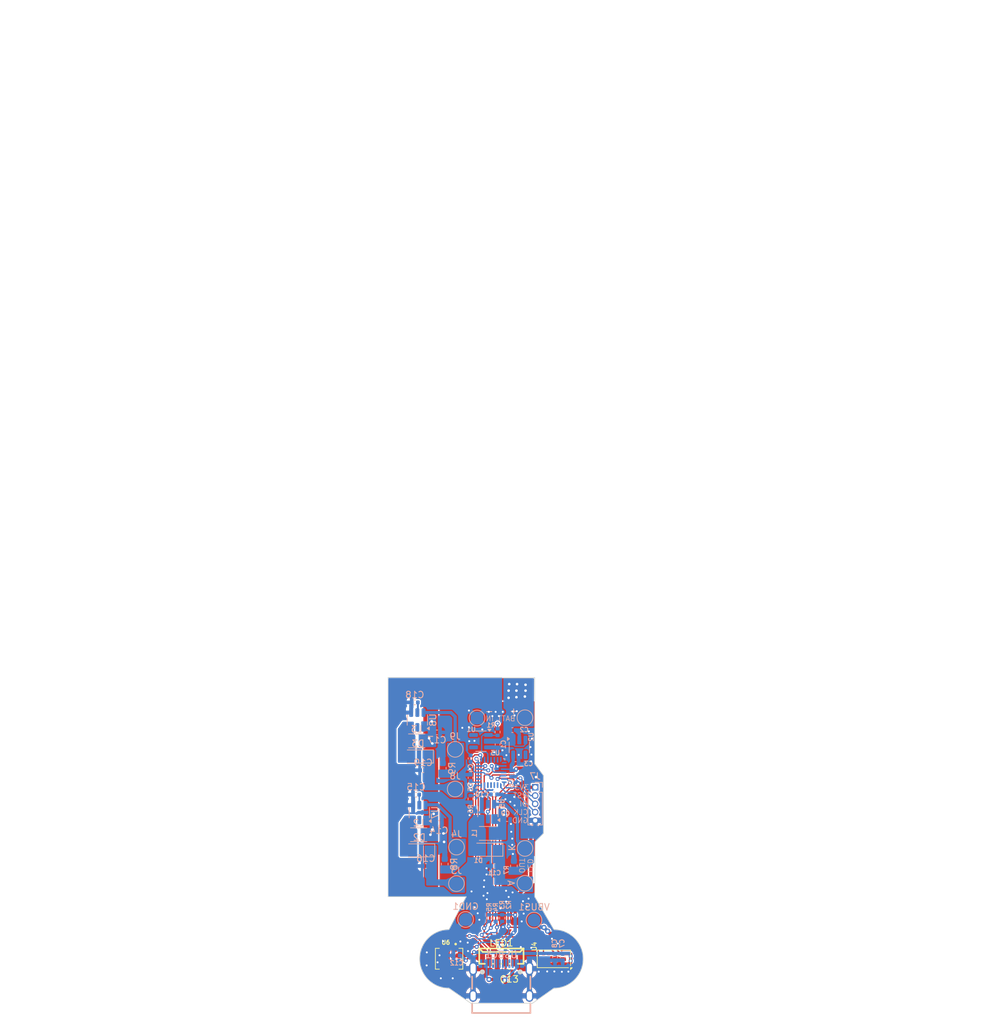
<source format=kicad_pcb>
(kicad_pcb (version 20241229) (generator "pcbnew") (generator_version "9.0")
  (layers (0 "F.Cu" signal) (4 "In1.Cu" signal) (6 "In2.Cu" signal) (2 "B.Cu" signal) (13 "F.Paste" user) (15 "B.Paste" user) (5 "F.SilkS" user "F.Silkscreen") (7 "B.SilkS" user "B.Silkscreen") (1 "F.Mask" user) (3 "B.Mask" user) (25 "Edge.Cuts" user))
  (net 0 "")
  (net 1 "GND")
  (net 2 "+BATT")
  (net 3 "/Mcu-unit: STM32/NRST")
  (net 4 "+3V3")
  (net 5 "Net-(U5-COMP)")
  (net 6 "/TPS61165_R/LEDA")
  (net 7 "/Mcu-unit: STM32/PA4_LOW_BATT")
  (net 8 "Net-(D1-A)")
  (net 9 "/Mcu-unit: STM32/SWCLK")
  (net 10 "/Mcu-unit: STM32/SWDIO")
  (net 11 "/Mcu-unit: STM32/PA1_ToF_GPIO")
  (net 12 "Net-(U7-COMP)")
  (net 13 "/Mcu-unit: STM32/PA0_LED_CTRL")
  (net 14 "/Mcu-unit: STM32/PA8_ToF_XSHUT")
  (net 15 "/Mcu-unit: STM32/PA9_I2C_SCL")
  (net 16 "/Mcu-unit: STM32/PA10_I2C_SDA")
  (net 17 "/Mcu-unit: STM32/PA2_STH_GPIO_INT")
  (net 19 "Net-(VBUS1-Pin_1)")
  (net 29 "/TPS61165_G/LEDA")
  (net 30 "Net-(D2-A)")
  (net 31 "/TPS61165_R/LEDK")
  (net 32 "/TPS61165_G/LEDK")
  (net 33 "/TPS61165_G/LED_DRV_CTRL")
  (net 34 "Net-(U3-BOOT0)")
  (net 49 "Net-(U8-COMP)")
  (net 50 "/TPS61165_B/LEDA")
  (net 51 "Net-(D3-A)")
  (net 52 "/TPS61165_B/LEDK")
  (net 53 "/TPS61165_B/LED_DRV_CTRL")
  (footprint "1-COB-MOD:LED-SMD_4P-L6.8-W2.4_VEML7700-TR" (layer "F.Cu") (at 145.691 167.328)
    (property "Reference" "LED1")
    (property "Value" "~")
  )
  (footprint "1-COB-MOD:XDCR_STHS34PF80TR" (layer "F.Cu") (at 137.671 167.053 -90)
    (property "Reference" "U6")
    (property "Value" "STHS34PF80")
  )
  (footprint "Sensor_Distance:ST_VL53L1x" (layer "F.Cu") (at 153.746 167.078 180)
    (property "Reference" "U4")
    (property "Value" "VL53L0CXV0DH1")
  )
  (footprint "Capacitor_SMD:C_0402_1005Metric" (layer "F.Cu") (at 146.896 169.028 180)
    (property "Reference" "C13")
    (property "Value" "100nF/16V")
  )
  (footprint "1-COB-MOD:L_Murata_DFE201610P" (layer "B.Cu") (at 132.696 133.628 180)
    (property "Reference" "L3")
    (property "Value" "10uH/0.5A")
  )
  (footprint "TestPoint:TestPoint_Pad_D2.0mm" (layer "B.Cu") (at 150.696 161.128 180)
    (property "Reference" "VBUS1")
    (property "Value" "-")
  )
  (footprint "TestPoint:TestPoint_Pad_D2.0mm" (layer "B.Cu") (at 140.196 161.028 180)
    (property "Reference" "GND1")
    (property "Value" "-")
  )
  (footprint "Resistor_SMD:R_0402_1005Metric" (layer "B.Cu") (at 144.807002 160.818 90)
    (property "Reference" "R4")
    (property "Value" "100k")
  )
  (footprint "1-COB-MOD:L_Murata_DFE201610P" (layer "B.Cu") (at 143.557002 147.828 180)
    (property "Reference" "L1")
    (property "Value" "10uH/0.5A")
  )
  (footprint "Capacitor_SMD:C_0402_1005Metric" (layer "B.Cu") (at 144.607002 152.828 180)
    (property "Reference" "C11")
    (property "Value" "1uF/25V")
  )
  (footprint "Capacitor_SMD:C_0402_1005Metric" (layer "B.Cu") (at 147.857002 137.178)
    (property "Reference" "C3")
    (property "Value" "1uF/25V")
  )
  (footprint "Resistor_SMD:R_0402_1005Metric" (layer "B.Cu") (at 145.807002 160.818 90)
    (property "Reference" "R3")
    (property "Value" "10k")
  )
  (footprint "Capacitor_SMD:C_0402_1005Metric" (layer "B.Cu") (at 147.207002 138.628 90)
    (property "Reference" "C6")
    (property "Value" "100nF/16V")
  )
  (footprint "Package_TO_SOT_SMD:SOT-23-5" (layer "B.Cu") (at 148.444502 134.628 -90)
    (property "Reference" "U2")
    (property "Value" "NCP718xSN330")
  )
  (footprint "TestPoint:TestPoint_Pad_D2.0mm" (layer "B.Cu") (at 141.957002 130.128 90)
    (property "Reference" "J2" (hide yes))
    (property "Value" "-")
  )
  (footprint "Resistor_SMD:R_0402_1005Metric" (layer "B.Cu") (at 143.804717 160.812134 90)
    (property "Reference" "R5")
    (property "Value" "100k")
  )
  (footprint "Connector_PinHeader_1.27mm:PinHeader_1x05_P1.27mm_Vertical" (layer "B.Cu") (at 150.876 140.753 180)
    (property "Reference" "J7")
    (property "Value" "Conn_01x05")
  )
  (footprint "Resistor_SMD:R_0402_1005Metric" (layer "B.Cu") (at 145.107002 132.278 90)
    (property "Reference" "R1")
    (property "Value" "100k")
  )
  (footprint "Capacitor_SMD:C_0603_1608Metric" (layer "B.Cu") (at 147.607002 152.828 90)
    (property "Reference" "R7")
    (property "Value" "1.3R")
  )
  (footprint "Diode_SMD:D_SOD-123" (layer "B.Cu") (at 143.557002 150.328 180)
    (property "Reference" "D1")
    (property "Value" "MBR0540")
  )
  (footprint "Capacitor_SMD:C_0402_1005Metric" (layer "B.Cu") (at 145.107002 134.178 90)
    (property "Reference" "C1")
    (property "Value" "100nF/16V")
  )
  (footprint "Capacitor_SMD:C_0402_1005Metric" (layer "B.Cu") (at 144.557002 141.842071)
    (property "Reference" "C10")
    (property "Value" "220nF/16V")
  )
  (footprint "Resistor_SMD:R_0402_1005Metric" (layer "B.Cu") (at 140.957002 142.528 90)
    (property "Reference" "R6")
    (property "Value" "10k")
  )
  (footprint "Package_TO_SOT_SMD:SOT-23-6" (layer "B.Cu") (at 132.796 130.428 90)
    (property "Reference" "U8")
    (property "Value" "TPS61165DBV")
  )
  (footprint "Capacitor_SMD:C_0402_1005Metric" (layer "B.Cu") (at 140.957002 136.328 -90)
    (property "Reference" "C4")
    (property "Value" "100nF/16V")
  )
  (footprint "Capacitor_SMD:C_0402_1005Metric" (layer "B.Cu") (at 153.921 166.803 90)
    (property "Reference" "C8")
    (property "Value" "100nF/16V")
  )
  (footprint "Capacitor_SMD:C_0402_1005Metric" (layer "B.Cu") (at 136.096 146.228)
    (property "Reference" "C14")
    (property "Value" "4.7uF/10V")
  )
  (footprint "Diode_SMD:D_SOD-123" (layer "B.Cu") (at 133.096 150.428 180)
    (property "Reference" "D2")
    (property "Value" "MBR0540")
  )
  (footprint "TestPoint:TestPoint_Pad_D2.0mm" (layer "B.Cu") (at 149.307002 155.478 90)
    (property "Reference" "J5" (hide yes))
    (property "Value" "A")
  )
  (footprint "TestPoint:TestPoint_Pad_D2.0mm" (layer "B.Cu") (at 149.307002 150.128 90)
    (property "Reference" "J6" (hide yes))
    (property "Value" "K")
  )
  (footprint "Resistor_SMD:R_0402_1005Metric" (layer "B.Cu") (at 146.807002 160.828 90)
    (property "Reference" "R2")
    (property "Value" "10k")
  )
  (footprint "Package_TO_SOT_SMD:SOT-23-6" (layer "B.Cu") (at 133.096 144.628 90)
    (property "Reference" "U7")
    (property "Value" "TPS61165DBV")
  )
  (footprint "Package_DFN_QFN:QFN-28_4x4mm_P0.5mm" (layer "B.Cu") (at 144.107002 138.478)
    (property "Reference" "U3")
    (property "Value" "STM32L031G6U6")
  )
  (footprint "Capacitor_SMD:C_0402_1005Metric" (layer "B.Cu") (at 146.557002 145.628)
    (property "Reference" "C9")
    (property "Value" "4.7uF/10V")
  )
  (footprint "1-COB-MOD:L_Murata_DFE201610P" (layer "B.Cu") (at 132.996 148.028 180)
    (property "Reference" "L2")
    (property "Value" "10uH/0.5A")
  )
  (footprint "Diode_SMD:D_SOD-123" (layer "B.Cu") (at 132.896 136.028 180)
    (property "Reference" "D3")
    (property "Value" "MBR0540")
  )
  (footprint "Package_TO_SOT_SMD:SOT-23-5" (layer "B.Cu") (at 142.557002 133.678 180)
    (property "Reference" "U1")
    (property "Value" "BD4840G-TR")
  )
  (footprint "TestPoint:TestPoint_Pad_D2.0mm" (layer "B.Cu") (at 149.307002 130.078 90)
    (property "Reference" "J1" (hide yes))
    (property "Value" "+")
  )
  (footprint "Capacitor_SMD:C_0402_1005Metric" (layer "B.Cu") (at 140.957002 139.298 90)
    (property "Reference" "C5")
    (property "Value" "4.7uF/10V")
  )
  (footprint "TestPoint:TestPoint_Pad_D2.0mm" (layer "B.Cu") (at 138.796 155.528 180)
    (property "Reference" "J3")
    (property "Value" "A")
  )
  (footprint "Capacitor_SMD:C_0402_1005Metric" (layer "B.Cu") (at 147.387002 131.978)
    (property "Reference" "C2")
    (property "Value" "1uF/25V")
  )
  (footprint "Capacitor_SMD:C_0402_1005Metric" (layer "B.Cu") (at 132.596 141.878 180)
    (property "Reference" "C15")
    (property "Value" "220nF/16V")
  )
  (footprint "Capacitor_SMD:C_0402_1005Metric" (layer "B.Cu") (at 135.796 132.328)
    (property "Reference" "C17")
    (property "Value" "4.7uF/10V")
  )
  (footprint "Capacitor_SMD:C_0603_1608Metric" (layer "B.Cu") (at 136.996 152.528 90)
    (property "Reference" "R8")
    (property "Value" "1.3R")
  )
  (footprint "Package_TO_SOT_SMD:SOT-23-6" (layer "B.Cu") (at 143.619502 144.478 90)
    (property "Reference" "U5")
    (property "Value" "TPS61165DBV")
  )
  (footprint "Capacitor_SMD:C_0402_1005Metric" (layer "B.Cu") (at 132.396 127.728 180)
    (property "Reference" "C18")
    (property "Value" "220nF/16V")
  )
  (footprint "TestPoint:TestPoint_Pad_D2.0mm" (layer "B.Cu") (at 138.596 134.928 180)
    (property "Reference" "J9")
    (property "Value" "K")
  )
  (footprint "TestPoint:TestPoint_Pad_D2.0mm" (layer "B.Cu") (at 138.796 149.928 180)
    (property "Reference" "J4")
    (property "Value" "K")
  )
  (footprint "TestPoint:TestPoint_Pad_D2.0mm" (layer "B.Cu") (at 138.596 141.028 180)
    (property "Reference" "J8")
    (property "Value" "A")
  )
  (footprint "Capacitor_SMD:C_0402_1005Metric" (layer "B.Cu") (at 155.096 166.803 -90)
    (property "Reference" "C7")
    (property "Value" "4.7uF/10V")
  )
  (footprint "Capacitor_SMD:C_0603_1608Metric" (layer "B.Cu") (at 136.696 137.828 90)
    (property "Reference" "R9")
    (property "Value" "1.3R")
  )
  (footprint "Capacitor_SMD:C_0402_1005Metric" (layer "B.Cu") (at 134.096 152.828 180)
    (property "Reference" "C16")
    (property "Value" "1uF/25V")
  )
  (footprint "Capacitor_SMD:C_0402_1005Metric" (layer "B.Cu") (at 138.821 166.553)
    (property "Reference" "C12")
    (property "Value" "100nF/16V")
  )
  (footprint "Capacitor_SMD:C_0402_1005Metric" (layer "B.Cu") (at 133.696 138.128 180)
    (property "Reference" "C19")
    (property "Value" "1uF/25V")
  )
  (footprint "1-COB-MOD:USB-C_SMD-TYPE-C-31-M-12" (layer "B.Cu") (at 145.671 170.2795 180)
    (property "Reference" "USBC1")
    (property "Value" "~")
    (fp_poly (pts (xy 3.271792 1.254447) (xy 3.246455 1.349006) (xy 3.197508 1.433786) (xy 3.128286 1.503008) (xy 3.043506 1.551955) (xy 2.948947 1.577292) (xy 2.851053 1.577292) (xy 2.756494 1.551955) (xy 2.671714 1.503008) (xy 2.602492 1.433786) (xy 2.553545 1.349006) (xy 2.528208 1.254447) (xy 2.528208 1.156553) (xy 2.553545 1.061994) (xy 2.602492 0.977214) (xy 2.671714 0.907992) (xy 2.756494 0.859045) (xy 2.851053 0.833708) (xy 2.948947 0.833708) (xy 3.043506 0.859045) (xy 3.128286 0.907992) (xy 3.197508 0.977214) (xy 3.246455 1.061994) (xy 3.271792 1.156553)) (fill yes) (layer "Edge.Cuts"))
    (fp_poly (pts (xy -2.528208 1.254447) (xy -2.553545 1.349006) (xy -2.602492 1.433786) (xy -2.671714 1.503008) (xy -2.756494 1.551955) (xy -2.851053 1.577292) (xy -2.948947 1.577292) (xy -3.043506 1.551955) (xy -3.128286 1.503008) (xy -3.197508 1.433786) (xy -3.246455 1.349006) (xy -3.271792 1.254447) (xy -3.271792 1.156553) (xy -3.246455 1.061994) (xy -3.197508 0.977214) (xy -3.128286 0.907992) (xy -3.043506 0.859045) (xy -2.948947 0.833708) (xy -2.851053 0.833708) (xy -2.756494 0.859045) (xy -2.671714 0.907992) (xy -2.602492 0.977214) (xy -2.553545 1.061994) (xy -2.528208 1.156553)) (fill yes) (layer "Edge.Cuts"))
  )
  (gr_arc (start 153.744266 162.577722) (mid 158.244266 167.077722) (end 153.744266 171.577722) (stroke (width 0.1)) (layer "Edge.Cuts"))
  (gr_line (start 152.146 138.938) (end 152.146 147.828) (stroke (width 0.1)) (layer "Edge.Cuts"))
  (gr_line (start 152.146 147.828) (end 150.876 149.098) (stroke (width 0.1)) (layer "Edge.Cuts"))
  (gr_line (start 150.471 173.878) (end 153.744266 171.577722) (stroke (width 0.1)) (layer "Edge.Cuts"))
  (gr_line (start 149.996 173.878) (end 150.471 173.878) (stroke (width 0.1)) (layer "Edge.Cuts"))
  (gr_line (start 140.296 157.528) (end 128.295584 157.528) (stroke (width 0.1)) (layer "Edge.Cuts"))
  (gr_line (start 150.796 123.928) (end 128.295584 123.928) (stroke (width 0.1)) (layer "Edge.Cuts"))
  (gr_line (start 150.796 123.928) (end 150.796 137.128) (stroke (width 0.1)) (layer "Edge.Cuts"))
  (gr_arc (start 137.646 171.575032) (mid 133.146 167.075032) (end 137.646 162.575032) (stroke (width 0.1)) (layer "Edge.Cuts"))
  (gr_line (start 150.796 137.128) (end 152.146 138.938) (stroke (width 0.1)) (layer "Edge.Cuts"))
  (gr_line (start 137.646 162.575032) (end 140.296 157.528) (stroke (width 0.1)) (layer "Edge.Cuts"))
  (gr_line (start 150.796 157.528) (end 153.744266 162.577722) (stroke (width 0.1)) (layer "Edge.Cuts"))
  (gr_line (start 137.646 171.575032) (end 140.996 173.878) (stroke (width 0.1)) (layer "Edge.Cuts"))
  (gr_line (start 150.876 149.098) (end 150.796 157.528) (stroke (width 0.1)) (layer "Edge.Cuts"))
  (gr_line (start 140.996 173.878) (end 149.996 173.878) (stroke (width 0.1)) (layer "Edge.Cuts"))
  (gr_line (start 128.295584 157.528) (end 128.295584 123.928) (stroke (width 0.1)) (layer "Edge.Cuts"))
  (gr_text "GND" (at 149.86 146.304 0) (layer "B.SilkS") (effects (font (size 0.8 0.8) (thickness 0.1)) (justify left bottom mirror)))
  (gr_text "+" (at 147.057002 129.828 270) (layer "B.SilkS") (effects (font (size 1 1)) (justify left bottom mirror)))
  (gr_text "BATT IN" (at 145.557002 130.678 0) (layer "B.SilkS") (effects (font (size 0.8 0.8) (thickness 0.1)) (justify bottom mirror)))
  (gr_text "LED\nOUT" (at 148.357002 152.778 270) (layer "B.SilkS") (effects (font (size 0.8 0.8) (thickness 0.1)) (justify bottom mirror)))
  (gr_text "CLK" (at 149.86 145.034 0) (layer "B.SilkS") (effects (font (size 0.8 0.8) (thickness 0.1)) (justify left bottom mirror)))
  (gr_text "A" (at 146.557002 155.978 270) (layer "B.SilkS") (effects (font (size 1 1)) (justify left bottom mirror)))
  (gr_text "RST" (at 149.733 142.494 0) (layer "B.SilkS") (effects (font (size 0.8 0.8) (thickness 0.1)) (justify left bottom mirror)))
  (gr_text "K" (at 146.657002 150.628 270) (layer "B.SilkS") (effects (font (size 1 1)) (justify left bottom mirror)))
  (gr_text "-" (at 143.107002 128.628 180) (layer "B.SilkS") (effects (font (size 1 1)) (justify left bottom mirror)))
  (gr_text "DI" (at 149.733 143.764 0) (layer "B.SilkS") (effects (font (size 0.8 0.8) (thickness 0.1)) (justify left bottom mirror)))
  (gr_text "3V3" (at 149.987 141.224 0) (layer "B.SilkS") (effects (font (size 0.8 0.8) (thickness 0.1)) (justify left bottom mirror)))
  (segment (start 155.096001 167.078) (end 154.546 167.628001) (width 0.2) (layer "F.Cu") (net 1))
  (segment (start 154.546 167.878) (end 153.746 167.878) (width 0.2) (layer "F.Cu") (net 1))
  (segment (start 155.346 167.078) (end 155.096001 167.078) (width 0.2) (layer "F.Cu") (net 1))
  (segment (start 137.171 168.83) (end 137.147 168.854) (width 0.2) (layer "F.Cu") (net 1))
  (segment (start 136.196 168.854) (end 135.896 168.554) (width 0.2) (layer "F.Cu") (net 1))
  (segment (start 137.171 168.328) (end 137.171 168.83) (width 0.2) (layer "F.Cu") (net 1))
  (segment (start 137.671 168.328) (end 137.171 168.328) (width 0.2) (layer "F.Cu") (net 1))
  (segment (start 152.946 167.628001) (end 152.395999 167.078) (width 0.2) (layer "F.Cu") (net 1))
  (segment (start 152.395999 167.078) (end 152.146 167.078) (width 0.2) (layer "F.Cu") (net 1))
  (segment (start 153.746 167.878) (end 152.946 167.878) (width 0.2) (layer "F.Cu") (net 1))
  (segment (start 135.896 168.554) (end 135.896 167.603) (width 0.2) (layer "F.Cu") (net 1))
  (segment (start 137.147 168.854) (end 136.196 168.854) (width 0.2) (layer "F.Cu") (net 1))
  (segment (start 154.546 167.628001) (end 154.546 167.878) (width 0.2) (layer "F.Cu") (net 1))
  (segment (start 152.946 167.878) (end 152.946 167.628001) (width 0.2) (layer "F.Cu") (net 1))
  (via (at 139.696 131.628) (size 0.61) (drill 0.3) (layers "F.Cu" "B.Cu") (net 1))
  (via (at 143.757002 129.178) (size 0.61) (drill 0.3) (layers "F.Cu" "B.Cu") (net 1))
  (via (at 140.707002 131.528) (size 0.61) (drill 0.3) (layers "F.Cu" "B.Cu") (net 1))
  (via (at 147.407002 156.878) (size 0.61) (drill 0.3) (layers "F.Cu" "B.Cu") (net 1))
  (via (at 146.407002 158.278) (size 0.61) (drill 0.3) (layers "F.Cu" "B.Cu") (net 1))
  (via (at 136.896 149.128) (size 0.8) (drill 0.4) (layers "F.Cu" "B.Cu") (net 1))
  (via (at 143.557002 156.978) (size 0.61) (drill 0.3) (layers "F.Cu" "B.Cu") (net 1))
  (via (at 142.307002 161.078) (size 0.61) (drill 0.3) (layers "F.Cu" "B.Cu") (net 1))
  (via (at 148.807002 161.328) (size 0.61) (drill 0.3) (layers "F.Cu" "B.Cu") (net 1))
  (via (at 139.396 164.403) (size 0.61) (drill 0.3) (layers "F.Cu" "B.Cu") (net 1))
  (via (at 142.95135 157.385736) (size 0.61) (drill 0.3) (layers "F.Cu" "B.Cu") (net 1))
  (via (at 144.607002 135.378) (size 0.61) (drill 0.3) (layers "F.Cu" "B.Cu") (net 1))
  (via (at 142.79463 142.180256) (size 0.61) (drill 0.3) (layers "F.Cu" "B.Cu") (net 1))
  (via (at 145.307002 129.828) (size 0.61) (drill 0.3) (layers "F.Cu" "B.Cu") (net 1))
  (via (at 147.357002 149.578) (size 0.61) (drill 0.3) (layers "F.Cu" "B.Cu") (net 1))
  (via (at 152.721 169.003) (size 0.61) (drill 0.3) (layers "F.Cu" "B.Cu") (net 1))
  (via (at 147.157002 146.378) (size 0.61) (drill 0.3) (layers "F.Cu" "B.Cu") (net 1))
  (via (at 147.357002 148.628) (size 0.61) (drill 0.3) (layers "F.Cu" "B.Cu") (net 1))
  (via (at 150.257002 136.778) (size 0.61) (drill 0.3) (layers "F.Cu" "B.Cu") (net 1))
  (via (at 143.407002 154.128) (size 0.61) (drill 0.3) (layers "F.Cu" "B.Cu") (net 1))
  (via (at 142.057002 160.078) (size 0.61) (drill 0.3) (layers "F.Cu" "B.Cu") (net 1))
  (via (at 136.396 170.053) (size 0.61) (drill 0.3) (layers "F.Cu" "B.Cu") (net 1))
  (via (at 154.971 169.053) (size 0.61) (drill 0.3) (layers "F.Cu" "B.Cu") (net 1))
  (via (at 135.896 167.603) (size 0.61) (drill 0.3) (layers "F.Cu" "B.Cu") (net 1))
  (via (at 149.107002 160.128) (size 0.61) (drill 0.3) (layers "F.Cu" "B.Cu") (net 1))
  (via (at 146.307002 142.578) (size 0.61) (drill 0.3) (layers "F.Cu" "B.Cu") (net 1))
  (via (at 148.671 165.253) (size 0.61) (drill 0.3) (layers "F.Cu" "B.Cu") (net 1))
  (via (at 144.307002 129.828) (size 0.61) (drill 0.3) (layers "F.Cu" "B.Cu") (net 1))
  (via (at 147.057002 142.978) (size 0.61) (drill 0.3) (layers "F.Cu" "B.Cu") (net 1))
  (via (at 140.967604 141.206456) (size 0.61) (drill 0.3) (layers "F.Cu" "B.Cu") (net 1))
  (via (at 140.571 165.878) (size 0.61) (drill 0.3) (layers "F.Cu" "B.Cu") (net 1))
  (via (at 140.857002 144.328) (size 0.61) (drill 0.3) (layers "F.Cu" "B.Cu") (net 1))
  (via (at 150.157002 134.578) (size 0.61) (drill 0.3) (layers "F.Cu" "B.Cu") (net 1))
  (via (at 140.521 164.578) (size 0.61) (drill 0.3) (layers "F.Cu" "B.Cu") (net 1))
  (via (at 141.607002 159.178) (size 0.61) (drill 0.3) (layers "F.Cu" "B.Cu") (net 1))
  (via (at 134.221 168.078) (size 0.61) (drill 0.3) (layers "F.Cu" "B.Cu") (net 1))
  (via (at 153.821 169.003) (size 0.61) (drill 0.3) (layers "F.Cu" "B.Cu") (net 1))
  (via (at 145.107002 137.578) (size 0.61) (drill 0.3) (layers "F.Cu" "B.Cu") (net 1))
  (via (at 145.557002 159.328) (size 0.61) (drill 0.3) (layers "F.Cu" "B.Cu") (net 1))
  (via (at 149.007002 158.228) (size 0.61) (drill 0.3) (layers "F.Cu" "B.Cu") (net 1))
  (via (at 151.421 169.028) (size 0.61) (drill 0.3) (layers "F.Cu" "B.Cu") (net 1))
  (via (at 151.003 139.192) (size 0.8) (drill 0.4) (layers "F.Cu" "B.Cu") (net 1))
  (via (at 150.271 165.378) (size 0.61) (drill 0.3) (layers "F.Cu" "B.Cu") (net 1))
  (via (at 144.807002 129.178) (size 0.61) (drill 0.3) (layers "F.Cu" "B.Cu") (net 1))
  (via (at 145.940554 162.18996) (size 0.61) (drill 0.3) (layers "F.Cu" "B.Cu") (net 1))
  (via (at 140.827002 137.928) (size 0.61) (drill 0.3) (layers "F.Cu" "B.Cu") (net 1))
  (via (at 145.857002 135.078) (size 0.61) (drill 0.3) (layers "F.Cu" "B.Cu") (net 1))
  (via (at 149.557002 159.028) (size 0.61) (drill 0.3) (layers "F.Cu" "B.Cu") (net 1))
  (via (at 141.107002 156.728) (size 0.61) (drill 0.3) (layers "F.Cu" "B.Cu") (net 1))
  (via (at 140.707002 128.978) (size 0.61) (drill 0.3) (layers "F.Cu" "B.Cu") (net 1))
  (via (at 146.407002 156.628) (size 0.61) (drill 0.3) (layers "F.Cu" "B.Cu") (net 1))
  (via (at 155.971 169.028) (size 0.61) (drill 0.3) (layers "F.Cu" "B.Cu") (net 1))
  (via (at 143.457002 157.928) (size 0.61) (drill 0.3) (layers "F.Cu" "B.Cu") (net 1))
  (via (at 136.196 166.528) (size 0.61) (drill 0.3) (layers "F.Cu" "B.Cu") (net 1))
  (via (at 140.807002 145.028) (size 0.61) (drill 0.3) (layers "F.Cu" "B.Cu") (net 1))
  (via (at 134.246 166.078) (size 0.61) (drill 0.3) (layers "F.Cu" "B.Cu") (net 1))
  (via (at 143.057002 155.028) (size 0.61) (drill 0.3) (layers "F.Cu" "B.Cu") (net 1))
  (via (at 146.807002 157.578) (size 0.61) (drill 0.3) (layers "F.Cu" "B.Cu") (net 1))
  (via (at 136.746 164.353) (size 0.61) (drill 0.3) (layers "F.Cu" "B.Cu") (net 1))
  (via (at 143.407002 153.178) (size 0.61) (drill 0.3) (layers "F.Cu" "B.Cu") (net 1))
  (via (at 145.907002 129.178) (size 0.61) (drill 0.3) (layers "F.Cu" "B.Cu") (net 1))
  (via (at 153.446 163.978) (size 0.61) (drill 0.3) (layers "F.Cu" "B.Cu") (net 1))
  (via (at 141.557002 133.628) (size 0.61) (drill 0.3) (layers "F.Cu" "B.Cu") (net 1))
  (via (at 140.757002 133.678) (size 0.61) (drill 0.3) (layers "F.Cu" "B.Cu") (net 1))
  (via (at 149.857002 157.828) (size 0.61) (drill 0.3) (layers "F.Cu" "B.Cu") (net 1))
  (via (at 147.707002 143.528) (size 0.61) (drill 0.3) (layers "F.Cu" "B.Cu") (net 1))
  (via (at 147.657002 142.228) (size 0.61) (drill 0.3) (layers "F.Cu" "B.Cu") (net 1))
  (via (at 147.207002 147.578) (size 0.61) (drill 0.3) (layers "F.Cu" "B.Cu") (net 1))
  (via (at 149.907002 132.178) (size 0.61) (drill 0.3) (layers "F.Cu" "B.Cu") (net 1))
  (via (at 147.457002 150.978) (size 0.61) (drill 0.3) (layers "F.Cu" "B.Cu") (net 1))
  (via (at 142.757002 131.878) (size 0.61) (drill 0.3) (layers "F.Cu" "B.Cu") (net 1))
  (via (at 148.257002 140.178) (size 0.61) (drill 0.3) (layers "F.Cu" "B.Cu") (net 1))
  (via (at 154.346 164.728) (size 0.61) (drill 0.3) (layers "F.Cu" "B.Cu") (net 1))
  (via (at 148.357002 135.778) (size 0.61) (drill 0.3) (layers "F.Cu" "B.Cu") (net 1))
  (via (at 138.221 170.053) (size 0.61) (drill 0.3) (layers "F.Cu" "B.Cu") (net 1))
  (via (at 143.007002 156.028) (size 0.61) (drill 0.3) (layers "F.Cu" "B.Cu") (net 1))
  (via (at 150.307002 135.728) (size 0.61) (drill 0.3) (layers "F.Cu" "B.Cu") (net 1))
  (via (at 150.357002 133.278) (size 0.61) (drill 0.3) (layers "F.Cu" "B.Cu") (net 1))
  (via (at 146.457002 135.828) (size 0.61) (drill 0.3) (layers "F.Cu" "B.Cu") (net 1))
  (via (at 136.796 147.828) (size 0.8) (drill 0.4) (layers "F.Cu" "B.Cu") (net 1))
  (segment (start 141.414 167.8055) (end 142.02 167.8055) (width 0.5) (layer "B.Cu") (net 1))
  (segment (start 141.346 167.8735) (end 141.414 167.8055) (width 0.5) (layer "B.Cu") (net 1))
  (segment (start 149.228 167.8055) (end 148.822 167.8055) (width 0.5) (layer "B.Cu") (net 1))
  (segment (start 140.98556 141.206456) (end 140.967604 141.206456) (width 0.2) (layer "B.Cu") (net 1))
  (segment (start 148.444502 133.4905) (end 148.444502 132.5555) (width 0.5) (layer "B.Cu") (net 1))
  (segment (start 141.346 168.5735) (end 141.346 167.8735) (width 0.5) (layer "B.Cu") (net 1))
  (segment (start 149.996 168.5735) (end 149.228 167.8055) (width 0.5) (layer "B.Cu") (net 1))
  (segment (start 148.444502 132.5555) (end 147.867002 131.978) (width 0.5) (layer "B.Cu") (net 1))
  (segment (start 141.716516 140.4755) (end 140.98556 141.206456) (width 0.2) (layer "B.Cu") (net 1))
  (segment (start 140.456002 133.979) (end 140.757002 133.678) (width 0.2) (layer "B.Cu") (net 1))
  (segment (start 142.607002 140.4755) (end 141.716516 140.4755) (width 0.2) (layer "B.Cu") (net 1))
  (segment (start 140.456002 135.347) (end 140.456002 133.979) (width 0.2) (layer "B.Cu") (net 1))
  (segment (start 140.957002 135.848) (end 140.456002 135.347) (width 0.2) (layer "B.Cu") (net 1))
  (via (at 149.396 125.028) (size 0.8) (drill 0.4) (layers "F.Cu" "B.Cu") (net 2))
  (via (at 146.107002 144.328) (size 0.61) (drill 0.3) (layers "F.Cu" "B.Cu") (net 2))
  (via (at 134.596 133.228) (size 0.8) (drill 0.4) (layers "F.Cu" "B.Cu") (net 2))
  (via (at 148.057002 129.078) (size 0.61) (drill 0.3) (layers "F.Cu" "B.Cu") (net 2))
  (via (at 146.896 124.928) (size 0.8) (drill 0.4) (layers "F.Cu" "B.Cu") (net 2))
  (via (at 146.796 125.928) (size 0.8) (drill 0.4) (layers "F.Cu" "B.Cu") (net 2))
  (via (at 149.296 126.828) (size 0.8) (drill 0.4) (layers "F.Cu" "B.Cu") (net 2))
  (via (at 135.296 144.828) (size 0.8) (drill 0.4) (layers "F.Cu" "B.Cu") (net 2))
  (via (at 147.407002 129.128) (size 0.61) (drill 0.3) (layers "F.Cu" "B.Cu") (net 2))
  (via (at 135.096 147.228) (size 0.8) (drill 0.4) (layers "F.Cu" "B.Cu") (net 2))
  (via (at 147.707002 129.728) (size 0.61) (drill 0.3) (layers "F.Cu" "B.Cu") (net 2))
  (via (at 134.796 148.028) (size 0.8) (drill 0.4) (layers "F.Cu" "B.Cu") (net 2))
  (via (at 135.096 134.028) (size 0.8) (drill 0.4) (layers "F.Cu" "B.Cu") (net 2))
  (via (at 147.996 126.928) (size 0.8) (drill 0.4) (layers "F.Cu" "B.Cu") (net 2))
  (via (at 148.096 124.928) (size 0.8) (drill 0.4) (layers "F.Cu" "B.Cu") (net 2))
  (via (at 149.396 125.928) (size 0.8) (drill 0.4) (layers "F.Cu" "B.Cu") (net 2))
  (via (at 134.996 130.628) (size 0.8) (drill 0.4) (layers "F.Cu" "B.Cu") (net 2))
  (via (at 147.996 125.928) (size 0.8) (drill 0.4) (layers "F.Cu" "B.Cu") (net 2))
  (via (at 146.796 127.028) (size 0.8) (drill 0.4) (layers "F.Cu" "B.Cu") (net 2))
  (via (at 146.107002 144.978) (size 0.61) (drill 0.3) (layers "F.Cu" "B.Cu") (net 2))
  (segment (start 149.394502 134.1405) (end 149.082002 134.453) (width 0.2) (layer "B.Cu") (net 2))
  (segment (start 145.087002 133.678) (end 145.107002 133.698) (width 0.2) (layer "B.Cu") (net 2))
  (segment (start 147.494502 134.1905) (end 147.494502 133.4905) (width 0.2) (layer "B.Cu") (net 2))
  (segment (start 149.082002 134.453) (end 147.757002 134.453) (width 0.2) (layer "B.Cu") (net 2))
  (segment (start 143.694502 133.678) (end 145.087002 133.678) (width 0.2) (layer "B.Cu") (net 2))
  (segment (start 147.757002 134.453) (end 147.494502 134.1905) (width 0.2) (layer "B.Cu") (net 2))
  (segment (start 149.394502 133.4905) (end 149.394502 134.1405) (width 0.2) (layer "B.Cu") (net 2))
  (segment (start 144.166092 139.306785) (end 144.166092 139.07646) (width 0.2) (layer "F.Cu") (net 3))
  (segment (start 148.157002 139.378) (end 148.607002 139.378) (width 0.2) (layer "F.Cu") (net 3))
  (segment (start 147.639389 138.860387) (end 148.157002 139.378) (width 0.2) (layer "F.Cu") (net 3))
  (segment (start 144.166092 139.07646) (end 144.382165 138.860387) (width 0.2) (layer "F.Cu") (net 3))
  (segment (start 144.382165 138.860387) (end 147.639389 138.860387) (width 0.2) (layer "F.Cu") (net 3))
  (via (at 148.607002 139.378) (size 0.61) (drill 0.3) (layers "F.Cu" "B.Cu") (net 3))
  (via (at 144.166092 139.306785) (size 0.61) (drill 0.3) (layers "F.Cu" "B.Cu") (net 3))
  (segment (start 143.330361 138.851359) (end 142.965675 138.486673) (width 0.2) (layer "B.Cu") (net 3))
  (segment (start 148.863002 139.634) (end 148.863002 140.717108) (width 0.2) (layer "B.Cu") (net 3))
  (segment (start 142.965675 138.486673) (end 142.178175 138.486673) (width 0.2) (layer "B.Cu") (net 3))
  (segment (start 141.432002 137.628) (end 141.432002 138.253) (width 0.2) (layer "B.Cu") (net 3))
  (segment (start 150.168894 142.023) (end 150.876 142.023) (width 0.2) (layer "B.Cu") (net 3))
  (segment (start 144.166092 139.306785) (end 143.710666 138.851359) (width 0.2) (layer "B.Cu") (net 3))
  (segment (start 141.432002 138.253) (end 141.657002 138.478) (width 0.2) (layer "B.Cu") (net 3))
  (segment (start 142.178175 138.486673) (end 142.169502 138.478) (width 0.2) (layer "B.Cu") (net 3))
  (segment (start 148.607002 139.378) (end 148.863002 139.634) (width 0.2) (layer "B.Cu") (net 3))
  (segment (start 141.657002 138.478) (end 142.169502 138.478) (width 0.2) (layer "B.Cu") (net 3))
  (segment (start 143.710666 138.851359) (end 143.330361 138.851359) (width 0.2) (layer "B.Cu") (net 3))
  (segment (start 148.863002 140.717108) (end 150.168894 142.023) (width 0.2) (layer "B.Cu") (net 3))
  (segment (start 140.957002 137.153) (end 141.432002 137.628) (width 0.2) (layer "B.Cu") (net 3))
  (segment (start 140.957002 136.808) (end 140.957002 137.153) (width 0.2) (layer "B.Cu") (net 3))
  (segment (start 149.607002 147.728) (end 150.207002 148.328) (width 0.5) (layer "F.Cu") (net 4))
  (segment (start 137.671 167.326) (end 138.171 167.826) (width 0.2) (layer "F.Cu") (net 4))
  (segment (start 156.046 167.878) (end 155.346 167.878) (width 0.5) (layer "F.Cu") (net 4))
  (segment (start 136.671 167.826) (end 137.171 167.326) (width 0.2) (layer "F.Cu") (net 4))
  (segment (start 156.321 167.603) (end 156.046 167.878) (width 0.5) (layer "F.Cu") (net 4))
  (segment (start 147.807002 157.728) (end 147.807002 160.328) (width 0.5) (layer "F.Cu") (net 4))
  (segment (start 140.221 167.326) (end 137.671 167.326) (width 0.25) (layer "F.Cu") (net 4))
  (segment (start 140.969 166.578) (end 140.221 167.326) (width 0.25) (layer "F.Cu") (net 4))
  (segment (start 146.326 167.328) (end 146.326 166.298) (width 0.2) (layer "F.Cu") (net 4))
  (segment (start 148.307002 157.228) (end 147.907002 157.628) (width 0.5) (layer "F.Cu") (net 4))
  (segment (start 137.671 165.778) (end 137.671 167.326) (width 0.2) (layer "F.Cu") (net 4))
  (segment (start 136.671 168.328) (end 136.671 167.826) (width 0.2) (layer "F.Cu") (net 4))
  (segment (start 149.607002 140.716) (end 149.607002 147.728) (width 0.5) (layer "F.Cu") (net 4))
  (segment (start 150.207002 155.328) (end 148.307002 157.228) (width 0.5) (layer "F.Cu") (net 4))
  (segment (start 146.326 167.328) (end 146.326 168.938) (width 0.3) (layer "F.Cu") (net 4))
  (segment (start 156.321 166.378) (end 156.321 167.603) (width 0.5) (layer "F.Cu") (net 4))
  (segment (start 137.171 167.326) (end 137.671 167.326) (width 0.2) (layer "F.Cu") (net 4))
  (segment (start 148.054099 137.828) (end 149.607002 137.828) (width 0.5) (layer "F.Cu") (net 4))
  (segment (start 138.171 167.826) (end 138.171 168.328) (width 0.2) (layer "F.Cu") (net 4))
  (segment (start 149.607002 137.828) (end 149.607002 140.716) (width 0.5) (layer "F.Cu") (net 4))
  (segment (start 150.207002 148.328) (end 150.207002 155.328) (width 0.5) (layer "F.Cu") (net 4))
  (segment (start 155.346 166.278) (end 156.221 166.278) (width 0.5) (layer "F.Cu") (net 4))
  (segment (start 146.326 168.938) (end 146.416 169.028) (width 0.3) (layer "F.Cu") (net 4))
  (segment (start 140.969 166.555) (end 140.969 166.578) (width 0.25) (layer "F.Cu") (net 4))
  (segment (start 147.557002 163.078) (end 147.557002 163.267355) (width 0.2) (layer "F.Cu") (net 4))
  (segment (start 150.876 140.753) (end 149.644002 140.753) (width 0.5) (layer "F.Cu") (net 4))
  (segment (start 147.907002 157.628) (end 147.807002 157.728) (width 0.5) (layer "F.Cu") (net 4))
  (segment (start 146.326 166.298) (end 146.596 166.028) (width 0.2) (layer "F.Cu") (net 4))
  (segment (start 149.644002 140.753) (end 149.607002 140.716) (width 0.5) (layer "F.Cu") (net 4))
  (segment (start 156.221 166.278) (end 156.321 166.378) (width 0.5) (layer "F.Cu") (net 4))
  (segment (start 147.939684 137.942415) (end 148.054099 137.828) (width 0.5) (layer "F.Cu") (net 4))
  (segment (start 141.496 166.028) (end 140.969 166.555) (width 0.25) (layer "F.Cu") (net 4))
  (via (at 156.321 167.378) (size 0.61) (drill 0.3) (layers "F.Cu" "B.Cu") (net 4))
  (via (at 141.496 166.028) (size 0.61) (drill 0.3) (layers "F.Cu" "B.Cu") (net 4))
  (via (at 140.221 167.326) (size 0.61) (drill 0.3) (layers "F.Cu" "B.Cu") (net 4))
  (via (at 156.321 166.653) (size 0.61) (drill 0.3) (layers "F.Cu" "B.Cu") (net 4))
  (via (at 140.957002 140.378) (size 0.61) (drill 0.3) (layers "F.Cu" "B.Cu") (net 4))
  (via (at 147.807002 160.328) (size 0.61) (drill 0.3) (layers "F.Cu" "B.Cu") (net 4))
  (via (at 146.596 166.028) (size 0.61) (drill 0.3) (layers "F.Cu" "B.Cu") (net 4))
  (via (at 143.674343 138.146922) (size 0.61) (drill 0.3) (layers "F.Cu" "B.Cu") (net 4))
  (via (at 147.557002 163.078) (size 0.61) (drill 0.3) (layers "F.Cu" "B.Cu") (net 4))
  (via (at 147.939684 137.942415) (size 0.61) (drill 0.3) (layers "F.Cu" "B.Cu") (net 4))
  (via (at 145.107002 130.978) (size 0.61) (drill 0.3) (layers "F.Cu" "B.Cu") (net 4))
  (segment (start 147.057002 166.229966) (end 147.320295 166.229966) (width 0.5) (layer "B.Cu") (net 4))
  (segment (start 142.852958 137.978) (end 142.169502 137.978) (width 0.2) (layer "B.Cu") (net 4))
  (segment (start 147.797002 160.318) (end 147.807002 160.328) (width 0.2) (layer "B.Cu") (net 4))
  (segment (start 141.496 166.028) (end 141.546 166.078) (width 0.5) (layer "B.Cu") (net 4))
  (segment (start 156.321 166.378) (end 156.321 166.653) (width 0.25) (layer "B.Cu") (net 4))
  (segment (start 143.804717 160.302134) (end 144.801136 160.302134) (width 0.2) (layer "B.Cu") (net 4))
  (segment (start 139.448 166.553) (end 140.221 167.326) (width 0.5) (layer "B.Cu") (net 4))
  (segment (start 156.321 166.928) (end 156.321 167.378) (width 0.25) (layer "B.Cu") (net 4))
  (segment (start 147.321853 166.228408) (end 147.320295 166.229966) (width 0.25) (layer "B.Cu") (net 4))
  (segment (start 147.207002 137.348) (end 147.377002 137.178) (width 0.5) (layer "B.Cu") (net 4))
  (segment (start 148.296 166.228408) (end 147.321853 166.228408) (width 0.5) (layer "B.Cu") (net 4))
  (segment (start 143.614094 138.086673) (end 142.961631 138.086673) (width 0.2) (layer "B.Cu") (net 4))
  (segment (start 145.107002 131.768) (end 145.107002 130.978) (width 0.2) (layer "B.Cu") (net 4))
  (segment (start 147.207002 138.148) (end 147.207002 137.348) (width 0.5) (layer "B.Cu") (net 4))
  (segment (start 143.674343 138.146922) (end 143.614094 138.086673) (width 0.2) (layer "B.Cu") (net 4))
  (segment (start 140.957002 139.778) (end 141.157002 139.978) (width 0.2) (layer "B.Cu") (net 4))
  (segment (start 139.301 166.553) (end 139.448 166.553) (width 0.5) (layer "B.Cu") (net 4))
  (segment (start 146.708968 166.229966) (end 147.057002 166.229966) (width 0.5) (layer "B.Cu") (net 4))
  (segment (start 156.171408 166.228408) (end 156.321 166.378) (width 0.25) (layer "B.Cu") (net 4))
  (segment (start 145.817002 160.318) (end 145.807002 160.308) (width 0.2) (layer "B.Cu") (net 4))
  (segment (start 140.957002 139.778) (end 140.957002 140.378) (width 0.2) (layer "B.Cu") (net 4))
  (segment (start 146.044502 137.978) (end 147.037002 137.978) (width 0.2) (layer "B.Cu") (net 4))
  (segment (start 146.807002 160.318) (end 145.817002 160.318) (width 0.2) (layer "B.Cu") (net 4))
  (segment (start 146.807002 160.318) (end 147.797002 160.318) (width 0.2) (layer "B.Cu") (net 4))
  (segment (start 146.557002 166.078) (end 146.564001 166.084999) (width 0.25) (layer "B.Cu") (net 4))
  (segment (start 146.564001 166.084999) (end 146.708968 166.229966) (width 0.5) (layer "B.Cu") (net 4))
  (segment (start 141.157002 139.978) (end 142.109502 139.978) (width 0.2) (layer "B.Cu") (net 4))
  (segment (start 145.807002 160.308) (end 144.807002 160.308) (width 0.2) (layer "B.Cu") (net 4))
  (segment (start 142.961631 138.086673) (end 142.852958 137.978) (width 0.2) (layer "B.Cu") (net 4))
  (segment (start 146.307002 165.828) (end 146.564001 166.084999) (width 0.5) (layer "B.Cu") (net 4))
  (segment (start 141.546 166.078) (end 146.557002 166.078) (width 0.5) (layer "B.Cu") (net 4))
  (segment (start 147.939684 137.942415) (end 147.939684 138.145318) (width 0.5) (layer "B.Cu") (net 4))
  (segment (start 147.494502 137.0605) (end 147.377002 137.178) (width 0.5) (layer "B.Cu") (net 4))
  (segment (start 147.807002 160.328) (end 147.807002 162.828) (width 0.5) (layer "B.Cu") (net 4))
  (segment (start 144.801136 160.302134) (end 144.807002 160.308) (width 0.2) (layer "B.Cu") (net 4))
  (segment (start 147.939684 138.145318) (end 147.937002 138.148) (width 0.5) (layer "B.Cu") (net 4))
  (segment (start 147.807002 162.828) (end 146.307002 164.328) (width 0.5) (layer "B.Cu") (net 4))
  (segment (start 147.037002 137.978) (end 147.207002 138.148) (width 0.2) (layer "B.Cu") (net 4))
  (segment (start 147.937002 138.148) (end 147.207002 138.148) (width 0.5) (layer "B.Cu") (net 4))
  (segment (start 147.494502 135.7655) (end 147.494502 137.0605) (width 0.5) (layer "B.Cu") (net 4))
  (segment (start 148.296 166.228408) (end 156.171408 166.228408) (width 0.5) (layer "B.Cu") (net 4))
  (segment (start 146.307002 164.328) (end 146.307002 165.828) (width 0.5) (layer "B.Cu") (net 4))
  (segment (start 143.619502 142.013666) (end 143.791097 141.842071) (width 0.2) (layer "B.Cu") (net 5))
  (segment (start 143.619502 142.013666) (end 143.619502 143.3405) (width 0.2) (layer "B.Cu") (net 5))
  (segment (start 145.107002 132.788) (end 143.754502 132.788) (width 0.2) (layer "B.Cu") (net 7))
  (segment (start 143.607002 135.628) (end 143.607002 136.5405) (width 0.2) (layer "B.Cu") (net 7))
  (segment (start 142.857002 135.378) (end 143.357002 135.378) (width 0.2) (layer "B.Cu") (net 7))
  (segment (start 142.907002 132.728) (end 142.657002 132.978) (width 0.2) (layer "B.Cu") (net 7))
  (segment (start 142.657002 132.978) (end 142.657002 135.178) (width 0.2) (layer "B.Cu") (net 7))
  (segment (start 142.657002 135.178) (end 142.857002 135.378) (width 0.2) (layer "B.Cu") (net 7))
  (segment (start 143.357002 135.378) (end 143.607002 135.628) (width 0.2) (layer "B.Cu") (net 7))
  (segment (start 143.694502 132.728) (end 142.907002 132.728) (width 0.2) (layer "B.Cu") (net 7))
  (segment (start 143.754502 132.788) (end 143.694502 132.728) (width 0.2) (layer "B.Cu") (net 7))
  (segment (start 145.607002 140.778) (end 146.307002 141.478) (width 0.2) (layer "B.Cu") (net 9))
  (segment (start 146.307002 141.478) (end 147.791 141.478) (width 0.2) (layer "B.Cu") (net 9))
  (segment (start 145.607002 140.4755) (end 145.607002 140.778) (width 0.2) (layer "B.Cu") (net 9))
  (segment (start 147.791 141.478) (end 150.876 144.563) (width 0.2) (layer "B.Cu") (net 9))
  (segment (start 146.104502 139.978) (end 146.104502 140.4755) (width 0.2) (layer "B.Cu") (net 10))
  (segment (start 146.104502 140.4755) (end 146.457002 140.828) (width 0.2) (layer "B.Cu") (net 10))
  (segment (start 146.457002 140.828) (end 148.406794 140.828) (width 0.2) (layer "B.Cu") (net 10))
  (segment (start 150.871794 143.293) (end 150.876 143.293) (width 0.2) (layer "B.Cu") (net 10))
  (segment (start 148.406794 140.828) (end 150.871794 143.293) (width 0.2) (layer "B.Cu") (net 10))
  (segment (start 143.223102 159.2941) (end 142.13888 158.209878) (width 0.2) (layer "F.Cu") (net 11))
  (segment (start 143.045312 161.90679) (end 143.223102 161.729) (width 0.2) (layer "F.Cu") (net 11))
  (segment (start 145.071 164.203) (end 144.121 163.253) (width 0.2) (layer "F.Cu") (net 11))
  (segment (start 143.458002 159.529) (end 143.338055 159.409053) (width 0.2) (layer "F.Cu") (net 11))
  (segment (start 143.338055 159.409053) (end 143.223102 159.2941) (width 0.2) (layer "F.Cu") (net 11))
  (segment (start 143.458002 161.1619) (end 143.458002 159.8612) (width 0.2) (layer "F.Cu") (net 11))
  (segment (start 143.458002 161.4941) (end 143.458002 161.1619) (width 0.2) (layer "F.Cu") (net 11))
  (segment (start 142.13888 137.023656) (end 142.13888 136.659878) (width 0.2) (layer "F.Cu") (net 11))
  (segment (start 151.296 164.203) (end 145.071 164.203) (width 0.2) (layer "F.Cu") (net 11))
  (segment (start 152.146 166.278) (end 152.146 165.053) (width 0.2) (layer "F.Cu") (net 11))
  (segment (start 152.146 165.053) (end 151.296 164.203) (width 0.2) (layer "F.Cu") (net 11))
  (segment (start 143.338055 161.614047) (end 143.458002 161.4941) (width 0.2) (layer "F.Cu") (net 11))
  (segment (start 143.458002 159.8612) (end 143.458002 159.529) (width 0.2) (layer "F.Cu") (net 11))
  (segment (start 142.13888 136.659878) (end 141.857002 136.378) (width 0.2) (layer "F.Cu") (net 11))
  (segment (start 143.421 163.253) (end 143.045312 162.877312) (width 0.2) (layer "F.Cu") (net 11))
  (segment (start 143.045312 162.381863) (end 143.045312 161.90679) (width 0.2) (layer "F.Cu") (net 11))
  (segment (start 142.13888 137.355856) (end 142.13888 137.023656) (width 0.2) (layer "F.Cu") (net 11))
  (segment (start 142.13888 158.209878) (end 142.13888 137.355856) (width 0.2) (layer "F.Cu") (net 11))
  (segment (start 144.121 163.253) (end 143.421 163.253) (width 0.2) (layer "F.Cu") (net 11))
  (segment (start 143.045312 162.877312) (end 143.045312 162.381863) (width 0.2) (layer "F.Cu") (net 11))
  (segment (start 143.223102 161.729) (end 143.338055 161.614047) (width 0.2) (layer "F.Cu") (net 11))
  (via (at 141.857002 136.378) (size 0.61) (drill 0.3) (layers "F.Cu" "B.Cu") (net 11))
  (via (at 143.045312 162.381863) (size 0.61) (drill 0.3) (layers "F.Cu" "B.Cu") (net 11))
  (segment (start 142.109502 136.6305) (end 142.109502 136.978) (width 0.2) (layer "B.Cu") (net 11))
  (segment (start 141.857002 136.378) (end 142.109502 136.6305) (width 0.2) (layer "B.Cu") (net 11))
  (segment (start 143.045312 162.381863) (end 143.412002 162.015173) (width 0.2) (layer "B.Cu") (net 11))
  (segment (start 143.412002 162.015173) (end 143.412002 161.714849) (width 0.2) (layer "B.Cu") (net 11))
  (segment (start 143.412002 161.714849) (end 143.804717 161.322134) (width 0.2) (layer "B.Cu") (net 11))
  (segment (start 133.096 143.4905) (end 133.096 141.898) (width 0.25) (layer "B.Cu") (net 12))
  (segment (start 133.096 141.898) (end 133.076 141.878) (width 0.25) (layer "B.Cu") (net 12))
  (segment (start 143.212231 137.481673) (end 143.212231 137.604964) (width 0.2) (layer "F.Cu") (net 13))
  (segment (start 142.557002 141.078) (end 143.956002 142.477) (width 0.2) (layer "F.Cu") (net 13))
  (segment (start 143.956002 142.477) (end 143.956002 144.160889) (width 0.2) (layer "F.Cu") (net 13))
  (segment (start 142.557002 138.260193) (end 142.557002 141.078) (width 0.2) (layer "F.Cu") (net 13))
  (segment (start 143.956002 144.160889) (end 143.608891 144.508) (width 0.2) (layer "F.Cu") (net 13))
  (segment (start 143.212231 137.604964) (end 142.557002 138.260193) (width 0.2) (layer "F.Cu") (net 13))
  (via (at 143.608891 144.508) (size 0.61) (drill 0.3) (layers "F.Cu" "B.Cu") (net 13))
  (via (at 143.212231 137.481673) (size 0.61) (drill 0.3) (layers "F.Cu" "B.Cu") (net 13))
  (segment (start 143.212231 137.481673) (end 143.208558 137.478) (width 0.2) (layer "B.Cu") (net 13))
  (segment (start 143.608891 145.604889) (end 143.619502 145.6155) (width 0.2) (layer "B.Cu") (net 13))
  (segment (start 143.208558 137.478) (end 142.169502 137.478) (width 0.2) (layer "B.Cu") (net 13))
  (segment (start 143.608891 144.508) (end 143.608891 145.604889) (width 0.2) (layer "B.Cu") (net 13))
  (segment (start 142.6682 163.398) (end 142.6682 163.5002) (width 0.2) (layer "F.Cu") (net 14))
  (segment (start 144.772 164.604) (end 151.047 164.604) (width 0.2) (layer "F.Cu") (net 14))
  (segment (start 142.6682 163.5002) (end 142.921 163.753) (width 0.2) (layer "F.Cu") (net 14))
  (segment (start 142.921 163.753) (end 143.921 163.753) (width 0.2) (layer "F.Cu") (net 14))
  (segment (start 144.358002 161.1612) (end 144.358002 159.8619) (width 0.2) (layer "F.Cu") (net 14))
  (segment (start 151.896001 167.878) (end 152.146 167.878) (width 0.2) (layer "F.Cu") (net 14))
  (segment (start 151.346 164.903) (end 151.346 167.327999) (width 0.2) (layer "F.Cu") (net 14))
  (segment (start 144.057002 161.4622) (end 144.358002 161.1612) (width 0.2) (layer "F.Cu") (net 14))
  (segment (start 143.307002 138.751922) (end 143.924944 138.751922) (width 0.2) (layer "F.Cu") (net 14))
  (segment (start 144.057002 162.328) (end 144.057002 161.4622) (width 0.2) (layer "F.Cu") (net 14))
  (segment (start 143.057002 139.001922) (end 143.307002 138.751922) (width 0.2) (layer "F.Cu") (net 14))
  (segment (start 144.357002 138.319863) (end 144.357002 137.631806) (width 0.2) (layer "F.Cu") (net 14))
  (segment (start 143.924944 138.751922) (end 144.357002 138.319863) (width 0.2) (layer "F.Cu") (net 14))
  (segment (start 151.047 164.604) (end 151.346 164.903) (width 0.2) (layer "F.Cu") (net 14))
  (segment (start 143.057002 140.90454) (end 143.057002 139.001922) (width 0.2) (layer "F.Cu") (net 14))
  (segment (start 144.357002 137.631806) (end 144.207209 137.482013) (width 0.2) (layer "F.Cu") (net 14))
  (segment (start 151.346 167.327999) (end 151.896001 167.878) (width 0.2) (layer "F.Cu") (net 14))
  (segment (start 144.357002 159.8609) (end 144.357002 142.20454) (width 0.2) (layer "F.Cu") (net 14))
  (segment (start 143.921 163.753) (end 144.772 164.604) (width 0.2) (layer "F.Cu") (net 14))
  (segment (start 144.358002 159.8619) (end 144.357002 159.8609) (width 0.2) (layer "F.Cu") (net 14))
  (segment (start 144.357002 142.20454) (end 143.057002 140.90454) (width 0.2) (layer "F.Cu") (net 14))
  (via (at 142.6682 163.398) (size 0.61) (drill 0.3) (layers "F.Cu" "B.Cu") (net 14))
  (via (at 144.207209 137.482013) (size 0.61) (drill 0.3) (layers "F.Cu" "B.Cu") (net 14))
  (via (at 144.057002 162.328) (size 0.61) (drill 0.3) (layers "F.Cu" "B.Cu") (net 14))
  (segment (start 144.207209 137.482013) (end 144.279343 137.554147) (width 0.2) (layer "B.Cu") (net 14))
  (segment (start 144.279343 138.150341) (end 144.557002 138.428) (width 0.2) (layer "B.Cu") (net 14))
  (segment (start 144.557002 138.428) (end 145.994502 138.428) (width 0.2) (layer "B.Cu") (net 14))
  (segment (start 142.9882 163.078) (end 143.307002 163.078) (width 0.2) (layer "B.Cu") (net 14))
  (segment (start 145.994502 138.428) (end 146.044502 138.478) (width 0.2) (layer "B.Cu") (net 14))
  (segment (start 142.6682 163.398) (end 142.9882 163.078) (width 0.2) (layer "B.Cu") (net 14))
  (segment (start 144.279343 137.554147) (end 144.279343 138.150341) (width 0.2) (layer "B.Cu") (net 14))
  (segment (start 143.307002 163.078) (end 144.057002 162.328) (width 0.2) (layer "B.Cu") (net 14))
  (segment (start 144.057002 162.328) (end 144.807002 161.578) (width 0.2) (layer "B.Cu") (net 14))
  (segment (start 144.807002 161.578) (end 144.807002 161.328) (width 0.2) (layer "B.Cu") (net 14))
  (segment (start 151.495999 162.978) (end 148.996 162.978) (width 0.2) (layer "F.Cu") (net 15))
  (segment (start 147.612002 140.623) (end 147.612002 139.583) (width 0.2) (layer "F.Cu") (net 15))
  (segment (start 154.546 166.278) (end 154.546 166.028001) (width 0.2) (layer "F.Cu") (net 15))
  (segment (start 145.396 165.328) (end 145.396 165.323) (width 0.2) (layer "F.Cu") (net 15))
  (segment (start 146.705281 159.476279) (end 145.407002 158.178) (width 0.2) (layer "F.Cu") (net 15))
  (segment (start 147.407002 139.378) (end 145.197003 139.378) (width 0.2) (layer "F.Cu") (net 15))
  (segment (start 141.896 165.228) (end 139.221 165.228) (width 0.2) (layer "F.Cu") (net 15))
  (segment (start 147.596 167.328) (end 147.596 165.528) (width 0.2) (layer "F.Cu") (net 15))
  (segment (start 154.546 166.028001) (end 151.495999 162.978) (width 0.2) (layer "F.Cu") (net 15))
  (segment (start 148.271 162.253) (end 148.271 162.228) (width 0.2) (layer "F.Cu") (net 15))
  (segment (start 145.197003 139.378) (end 145.102002 139.473001) (width 0.2) (layer "F.Cu") (net 15))
  (segment (start 148.271 162.228) (end 146.957002 162.228) (width 0.2) (layer "F.Cu") (net 15))
  (segment (start 147.396 165.328) (end 145.396 165.328) (width 0.2) (layer "F.Cu") (net 15))
  (segment (start 147.357002 140.878) (end 147.612002 140.623) (width 0.2) (layer "F.Cu") (net 15))
  (segment (start 146.705281 161.726279) (end 146.705281 159.476279) (width 0.2) (layer "F.Cu") (net 15))
  (segment (start 148.996 162.978) (end 148.271 162.253) (width 0.2) (layer "F.Cu") (net 15))
  (segment (start 147.596 165.528) (end 147.396 165.328) (width 0.2) (layer "F.Cu") (net 15))
  (segment (start 146.957002 162.228) (end 146.807002 162.078) (width 0.2) (layer "F.Cu") (net 15))
  (segment (start 147.612002 139.583) (end 147.407002 139.378) (width 0.2) (layer "F.Cu") (net 15))
  (segment (start 146.705281 161.726279) (end 146.705281 161.976279) (width 0.2) (layer "F.Cu") (net 15))
  (segment (start 139.221 165.228) (end 138.671 165.778) (width 0.2) (layer "F.Cu") (net 15))
  (segment (start 145.424202 142.4608) (end 147.007002 140.878) (width 0.2) (layer "F.Cu") (net 15))
  (segment (start 145.424202 144.1952) (end 145.424202 142.4608) (width 0.2) (layer "F.Cu") (net 15))
  (segment (start 145.407002 144.2124) (end 145.424202 144.1952) (width 0.2) (layer "F.Cu") (net 15))
  (segment (start 147.007002 140.878) (end 147.357002 140.878) (width 0.2) (layer "F.Cu") (net 15))
  (segment (start 146.705281 161.976279) (end 146.807002 162.078) (width 0.2) (layer "F.Cu") (net 15))
  (segment (start 145.407002 158.178) (end 145.407002 144.2124) (width 0.2) (layer "F.Cu") (net 15))
  (via (at 146.807002 162.078) (size 0.61) (drill 0.3) (layers "F.Cu" "B.Cu") (net 15))
  (via (at 145.102002 139.473001) (size 0.61) (drill 0.3) (layers "F.Cu" "B.Cu") (net 15))
  (via (at 145.396 165.323) (size 0.61) (drill 0.3) (layers "F.Cu" "B.Cu") (net 15))
  (via (at 141.896 165.228) (size 0.61) (drill 0.3) (layers "F.Cu" "B.Cu") (net 15))
  (segment (start 141.896 165.228) (end 142.58923 164.53477) (width 0.2) (layer "B.Cu") (net 15))
  (segment (start 146.807002 163.048768) (end 146.807002 162.078) (width 0.2) (layer "B.Cu") (net 15))
  (segment (start 145.321 164.53477) (end 146.807002 163.048768) (width 0.2) (layer "B.Cu") (net 15))
  (segment (start 145.396 165.323) (end 145.396 164.60977) (width 0.2) (layer "B.Cu") (net 15))
  (segment (start 142.58923 164.53477) (end 145.321 164.53477) (width 0.2) (layer "B.Cu") (net 15))
  (segment (start 145.102002 139.473001) (end 145.307002 139.268001) (width 0.2) (layer "B.Cu") (net 15))
  (segment (start 145.307002 139.263614) (end 145.592616 138.978) (width 0.2) (layer "B.Cu") (net 15))
  (segment (start 146.807002 162.078) (end 146.807002 161.338) (width 0.2) (layer "B.Cu") (net 15))
  (segment (start 145.307002 139.268001) (end 145.307002 139.263614) (width 0.2) (layer "B.Cu") (net 15))
  (segment (start 145.396 164.60977) (end 145.321 164.53477) (width 0.2) (layer "B.Cu") (net 15))
  (segment (start 145.592616 138.978) (end 146.044502 138.978) (width 0.2) (layer "B.Cu") (net 15))
  (segment (start 143.786 167.328) (end 143.786 165.638) (width 0.2) (layer "F.Cu") (net 16))
  (segment (start 144.807002 160.580214) (end 144.807002 142.228) (width 0.2) (layer "F.Cu") (net 16))
  (segment (start 138.894 163.553) (end 137.171 165.276) (width 0.2) (layer "F.Cu") (net 16))
  (segment (start 143.786 165.638) (end 141.701 163.553) (width 0.2) (layer "F.Cu") (net 16))
  (segment (start 145.005895 162.249801) (end 145.005895 161.42136) (width 0.2) (layer "F.Cu") (net 16))
  (segment (start 141.701 163.553) (end 140.796 163.553) (width 0.2) (layer "F.Cu") (net 16))
  (segment (start 144.807003 161.222468) (end 144.807003 160.580215) (width 0.2) (layer "F.Cu") (net 16))
  (segment (start 151.420999 163.703) (end 145.271 163.703) (width 0.2) (layer "F.Cu") (net 16))
  (segment (start 144.807002 142.228) (end 147.007002 140.028) (width 0.2) (layer "F.Cu") (net 16))
  (segment (start 153.746 166.278) (end 153.746 166.028001) (width 0.2) (layer "F.Cu") (net 16))
  (segment (start 137.171 165.276) (end 137.171 165.778) (width 0.2) (layer "F.Cu") (net 16))
  (segment (start 140.796 163.553) (end 138.894 163.553) (width 0.2) (layer "F.Cu") (net 16))
  (segment (start 153.746 166.028001) (end 151.420999 163.703) (width 0.2) (layer "F.Cu") (net 16))
  (segment (start 145.271 163.703) (end 145.005895 163.437895) (width 0.2) (layer "F.Cu") (net 16))
  (segment (start 145.005895 161.42136) (end 144.807003 161.222468) (width 0.2) (layer "F.Cu") (net 16))
  (segment (start 145.005895 163.437895) (end 145.005895 162.249801) (width 0.2) (layer "F.Cu") (net 16))
  (segment (start 144.807003 160.580215) (end 144.807002 160.580214) (width 0.2) (layer "F.Cu") (net 16))
  (via (at 147.007002 140.028) (size 0.61) (drill 0.3) (layers "F.Cu" "B.Cu") (net 16))
  (via (at 140.796 163.553) (size 0.61) (drill 0.3) (layers "F.Cu" "B.Cu") (net 16))
  (via (at 145.005895 162.249801) (size 0.61) (drill 0.3) (layers "F.Cu" "B.Cu") (net 16))
  (segment (start 144.796 163.053) (end 145.005895 162.843105) (width 0.2) (layer "B.Cu") (net 16))
  (segment (start 144.046 163.053) (end 144.796 163.053) (width 0.2) (layer "B.Cu") (net 16))
  (segment (start 146.044502 139.478) (end 146.518508 139.478) (width 0.2) (layer "B.Cu") (net 16))
  (segment (start 141.996 164.003) (end 143.096 164.003) (width 0.2) (layer "B.Cu") (net 16))
  (segment (start 140.796 163.553) (end 141.546 163.553) (width 0.2) (layer "B.Cu") (net 16))
  (segment (start 141.546 163.553) (end 141.996 164.003) (width 0.2) (layer "B.Cu") (net 16))
  (segment (start 145.005895 162.249801) (end 145.807002 161.448694) (width 0.2) (layer "B.Cu") (net 16))
  (segment (start 143.096 164.003) (end 144.046 163.053) (width 0.2) (layer "B.Cu") (net 16))
  (segment (start 145.005895 162.843105) (end 145.005895 162.249801) (width 0.2) (layer "B.Cu") (net 16))
  (segment (start 145.807002 161.448694) (end 145.807002 161.328) (width 0.2) (layer "B.Cu") (net 16))
  (segment (start 147.007002 139.966494) (end 147.007002 140.028) (width 0.2) (layer "B.Cu") (net 16))
  (segment (start 146.518508 139.478) (end 147.007002 139.966494) (width 0.2) (layer "B.Cu") (net 16))
  (segment (start 142.439312 161.94569) (end 143.057002 161.328) (width 0.2) (layer "F.Cu") (net 17))
  (segment (start 142.39626 135.772) (end 142.448795 135.824535) (width 0.2) (layer "F.Cu") (net 17))
  (segment (start 140.476 162.947) (end 141.74 162.947) (width 0.2) (layer "F.Cu") (net 17))
  (segment (start 138.671 168.328) (end 138.671 168.83) (width 0.2) (layer "F.Cu") (net 17))
  (segment (start 141.251002 136.702878) (end 141.251002 136.126986) (width 0.2) (layer "F.Cu") (net 17))
  (segment (start 135.596 169.378) (end 135.071 168.853) (width 0.2) (layer "F.Cu") (net 17))
  (segment (start 141.73788 158.375978) (end 141.73788 137.189756) (width 0.2) (layer "F.Cu") (net 17))
  (segment (start 140.271 163.152) (end 140.476 162.947) (width 0.2) (layer "F.Cu") (net 17))
  (segment (start 142.246 162.953) (end 142.439312 162.759688) (width 0.2) (layer "F.Cu") (net 17))
  (segment (start 141.746 162.953) (end 142.246 162.953) (width 0.2) (layer "F.Cu") (net 17))
  (segment (start 138.671 168.83) (end 138.123 169.378) (width 0.2) (layer "F.Cu") (net 17))
  (segment (start 143.057002 161.328) (end 143.057002 159.6951) (width 0.2) (layer "F.Cu") (net 17))
  (segment (start 142.439312 162.759688) (end 142.439312 161.94569) (width 0.2) (layer "F.Cu") (net 17))
  (segment (start 141.251002 136.126986) (end 141.605988 135.772) (width 0.2) (layer "F.Cu") (net 17))
  (segment (start 136.697 163.152) (end 140.271 163.152) (width 0.2) (layer "F.Cu") (net 17))
  (segment (start 141.605988 135.772) (end 142.39626 135.772) (width 0.2) (layer "F.Cu") (net 17))
  (segment (start 143.057002 159.6951) (end 141.73788 158.375978) (width 0.2) (layer "F.Cu") (net 17))
  (segment (start 141.74 162.947) (end 141.746 162.953) (width 0.2) (layer "F.Cu") (net 17))
  (segment (start 138.123 169.378) (end 135.596 169.378) (width 0.2) (layer "F.Cu") (net 17))
  (segment (start 141.73788 137.189756) (end 141.251002 136.702878) (width 0.2) (layer "F.Cu") (net 17))
  (segment (start 135.071 164.778) (end 136.697 163.152) (width 0.2) (layer "F.Cu") (net 17))
  (segment (start 135.071 168.853) (end 135.071 164.778) (width 0.2) (layer "F.Cu") (net 17))
  (via (at 142.448795 135.824535) (size 0.61) (drill 0.3) (layers "F.Cu" "B.Cu") (net 17))
  (segment (start 142.607002 136.4805) (end 142.607002 135.982742) (width 0.25) (layer "B.Cu") (net 17))
  (segment (start 142.607002 135.982742) (end 142.448795 135.824535) (width 0.25) (layer "B.Cu") (net 17))
  (segment (start 148.457 170.828) (end 155.240146 170.828) (width 0.5) (layer "F.Cu") (net 19))
  (segment (start 157.371 165.928) (end 154.621 163.178) (width 0.5) (layer "F.Cu") (net 19))
  (segment (start 154.621 163.178) (end 153.146 163.178) (width 0.5) (layer "F.Cu") (net 19))
  (segment (start 157.371 168.697146) (end 157.371 165.928) (width 0.5) (layer "F.Cu") (net 19))
  (segment (start 146.096 170.228) (end 143.796 170.228) (width 0.5) (layer "F.Cu") (net 19))
  (segment (start 146.196 170.628) (end 146.396 170.828) (width 0.5) (layer "F.Cu") (net 19))
  (segment (start 153.146 163.178) (end 152.221 162.253) (width 0.5) (layer "F.Cu") (net 19))
  (segment (start 146.396 170.828) (end 148.896 170.828) (width 0.5) (layer "F.Cu") (net 19))
  (segment (start 155.240146 170.828) (end 157.371 168.697146) (width 0.5) (layer "F.Cu") (net 19))
  (segment (start 146.196 170.328) (end 146.196 170.628) (width 0.5) (layer "F.Cu") (net 19))
  (segment (start 146.196 170.328) (end 146.096 170.228) (width 0.5) (layer "F.Cu") (net 19))
  (via (at 146.196 170.328) (size 0.8) (drill 0.4) (layers "F.Cu" "B.Cu") (net 19))
  (via (at 152.796 162.828) (size 0.8) (drill 0.4) (layers "F.Cu" "B.Cu") (net 19))
  (via (at 143.796 170.228) (size 0.8) (drill 0.4) (layers "F.Cu" "B.Cu") (net 19))
  (via (at 152.221 162.253) (size 0.8) (drill 0.4) (layers "F.Cu" "B.Cu") (net 19))
  (segment (start 151.821 162.253) (end 151.121 161.553) (width 0.5) (layer "B.Cu") (net 19))
  (segment (start 151.121 161.553) (end 151.096 161.553) (width 0.5) (layer "B.Cu") (net 19))
  (segment (start 148.221 168.303) (end 146.196 170.328) (width 0.3) (layer "B.Cu") (net 19))
  (segment (start 143.421 167.8055) (end 143.421 169.853) (width 0.3) (layer "B.Cu") (net 19))
  (segment (start 152.221 162.253) (end 151.821 162.253) (width 0.5) (layer "B.Cu") (net 19))
  (segment (start 143.42 167.932) (end 143.221 167.733) (width 0.3) (layer "B.Cu") (net 19))
  (segment (start 152.796 162.828) (end 152.221 162.253) (width 0.5) (layer "B.Cu") (net 19))
  (segment (start 148.221 167.8055) (end 148.221 168.303) (width 0.3) (layer "B.Cu") (net 19))
  (segment (start 143.421 169.853) (end 143.796 170.228) (width 0.3) (layer "B.Cu") (net 19))
  (segment (start 148.157002 145.278) (end 148.157002 148.978) (width 0.5) (layer "B.Cu") (net 31))
  (segment (start 144.569502 143.3405) (end 144.587236 143.358234) (width 0.2) (layer "B.Cu") (net 31))
  (segment (start 146.237236 143.358234) (end 148.157002 145.278) (width 0.5) (layer "B.Cu") (net 31))
  (segment (start 148.157002 148.978) (end 149.307002 150.128) (width 0.5) (layer "B.Cu") (net 31))
  (segment (start 144.587236 143.358234) (end 146.237236 143.358234) (width 0.5) (layer "B.Cu") (net 31))
  (segment (start 134.246 143.428) (end 135.896 143.428) (width 0.5) (layer "B.Cu") (net 32))
  (segment (start 135.896 143.428) (end 137.815766 145.347766) (width 0.5) (layer "B.Cu") (net 32))
  (segment (start 137.815766 149.047766) (end 138.965766 150.197766) (width 0.5) (layer "B.Cu") (net 32))
  (segment (start 137.815766 145.347766) (end 137.815766 149.047766) (width 0.5) (layer "B.Cu") (net 32))
  (segment (start 142.357002 141.278) (end 141.617002 142.018) (width 0.2) (layer "B.Cu") (net 34))
  (segment (start 142.907002 141.278) (end 142.357002 141.278) (width 0.2) (layer "B.Cu") (net 34))
  (segment (start 143.107002 141.078) (end 142.907002 141.278) (width 0.2) (layer "B.Cu") (net 34))
  (segment (start 143.107002 140.4155) (end 143.107002 141.078) (width 0.2) (layer "B.Cu") (net 34))
  (segment (start 141.617002 142.018) (end 140.957002 142.018) (width 0.2) (layer "B.Cu") (net 34))
  (segment (start 132.876 129.2105) (end 132.796 129.2905) (width 0.3) (layer "B.Cu") (net 49))
  (segment (start 132.876 127.728) (end 132.876 129.2105) (width 0.3) (layer "B.Cu") (net 49))
  (segment (start 138.596 129.928) (end 137.9585 129.2905) (width 0.5) (layer "B.Cu") (net 52))
  (segment (start 138.596 134.928) (end 138.596 129.928) (width 0.5) (layer "B.Cu") (net 52))
  (segment (start 137.9585 129.2905) (end 133.746 129.2905) (width 0.5) (layer "B.Cu") (net 52))
  (zone (net 2) (net_name "+BATT") (layer "F.Cu") (priority 8) (connect_pads yes (clearance 0.15)) (min_thickness 0.25) (fill yes (thermal_gap 0.5) (thermal_bridge_width 0.5))
    (polygon (pts (xy 150.596 124.028) (xy 133.696 124.028) (xy 133.796 157.528) (xy 135.996 157.528) (xy 135.996 127.428) (xy 150.596 127.428)))
  )
  (zone (net 1) (net_name "GND") (layers "F.Cu" "B.Cu" "In1.Cu" "In2.Cu") (connect_pads (clearance 0.15)) (min_thickness 0.2) (fill yes (thermal_gap 0.5) (thermal_bridge_width 0.8))
    (polygon (pts (xy 152.896 121.828) (xy 162.071 174.153) (xy 126.746 173.753) (xy 119.896 152.028) (xy 122.495267 122.136431)))
  )
  (zone (net 2) (net_name "+BATT") (layer "B.Cu") (priority 1) (connect_pads yes (clearance 0.15)) (min_thickness 0.25) (fill yes (thermal_gap 0.5) (thermal_bridge_width 0.5))
    (polygon (pts (xy 135.696 129.778) (xy 135.696 134.578) (xy 132.996 134.578) (xy 132.996 132.528) (xy 134.396 132.528) (xy 134.396 132.128) (xy 133.396 132.128) (xy 133.396 130.628) (xy 134.3685 130.628) (xy 134.396 129.778)))
  )
  (zone (net 32) (net_name "/TPS61165_G/LEDK") (layer "B.Cu") (priority 4) (connect_pads yes (clearance 0.15)) (min_thickness 0.25) (fill yes (thermal_gap 0.5) (thermal_bridge_width 0.5))
    (polygon (pts (xy 140.246 148.628) (xy 140.246 152.128) (xy 138.296 153.978) (xy 136.296 153.978) (xy 136.296 152.728) (xy 137.796 152.728) (xy 137.946 152.478) (xy 137.946 151.028) (xy 137.596 150.578) (xy 137.596 148.628)))
  )
  (zone (net 6) (net_name "/TPS61165_R/LEDA") (layer "B.Cu") (priority 3) (connect_pads yes (clearance 0.15)) (min_thickness 0.25) (fill yes (thermal_gap 0.5) (thermal_bridge_width 0.5))
    (polygon (pts (xy 144.357002 149.578) (xy 144.357002 154.328) (xy 144.607002 154.678) (xy 144.607002 155.728) (xy 147.357002 155.728) (xy 148.607002 156.828) (xy 150.557002 156.828) (xy 150.557002 154.428) (xy 148.457002 154.428) (xy 147.657002 154.778) (xy 146.257002 154.778) (xy 146.257002 149.578)))
  )
  (zone (net 50) (net_name "/TPS61165_B/LEDA") (layer "B.Cu") (priority 9) (connect_pads yes (clearance 0.15)) (min_thickness 0.25) (fill yes (thermal_gap 0.5) (thermal_bridge_width 0.5))
    (polygon (pts (xy 133.596 135.078) (xy 133.596 139.828) (xy 133.846 140.178) (xy 133.846 141.228) (xy 136.596 141.228) (xy 137.846 142.328) (xy 139.796 142.328) (xy 139.796 139.928) (xy 137.696 139.928) (xy 136.896 140.278) (xy 135.496 140.278) (xy 135.496 135.078)))
  )
  (zone (net 2) (net_name "+BATT") (layer "B.Cu") (priority 1) (connect_pads yes (clearance 0.15)) (min_thickness 0.25) (fill yes (thermal_gap 0.5) (thermal_bridge_width 0.5))
    (polygon (pts (xy 135.996 144.228) (xy 135.996 149.028) (xy 133.296 149.028) (xy 133.296 146.978) (xy 134.696 146.978) (xy 134.696 146.578) (xy 133.696 146.578) (xy 133.696 145.078) (xy 134.6685 145.078) (xy 134.696 144.228)))
  )
  (zone (net 2) (net_name "+BATT") (layer "B.Cu") (priority 5) (connect_pads yes (clearance 0.15)) (min_thickness 0.25) (fill yes (thermal_gap 0.5) (thermal_bridge_width 0.5))
    (polygon (pts (xy 150.696 124.028) (xy 150.657002 131.428) (xy 147.707002 131.428) (xy 147.457002 131.728) (xy 147.457002 132.278) (xy 147.857002 132.728) (xy 147.857002 134.178) (xy 147.557002 134.378) (xy 146.057002 134.378) (xy 145.607002 134.078) (xy 143.007002 134.078) (xy 143.007002 133.278) (xy 145.607002 133.278) (xy 146.007002 132.928) (xy 146.007002 129.778) (xy 145.996 124.028)))
  )
  (zone (net 2) (net_name "+BATT") (layer "B.Cu") (priority 1) (connect_pads yes (clearance 0.15)) (min_thickness 0.25) (fill yes (thermal_gap 0.5) (thermal_bridge_width 0.5))
    (polygon (pts (xy 146.457002 144.028) (xy 146.457002 148.828) (xy 143.757002 148.828) (xy 143.757002 146.778) (xy 145.157002 146.778) (xy 145.157002 146.378) (xy 144.157002 146.378) (xy 144.157002 144.878) (xy 145.129502 144.878) (xy 145.157002 144.028)))
  )
  (zone (net 30) (net_name "Net-(D2-A)") (layer "B.Cu") (priority 2) (connect_pads yes (clearance 0.15)) (min_thickness 0.25) (fill yes (thermal_gap 0.5) (thermal_bridge_width 0.5))
    (polygon (pts (xy 132.546 145.078) (xy 132.546 146.928) (xy 132.796 147.228) (xy 132.796 151.378) (xy 130.096 151.378) (xy 130.096 146.178) (xy 130.870074 145.078)))
  )
  (zone (net 31) (net_name "/TPS61165_R/LEDK") (layer "B.Cu") (priority 4) (connect_pads yes (clearance 0.15)) (min_thickness 0.25) (fill yes (thermal_gap 0.5) (thermal_bridge_width 0.5))
    (polygon (pts (xy 150.707002 148.828) (xy 150.707002 152.328) (xy 148.757002 154.178) (xy 146.757002 154.178) (xy 146.757002 152.928) (xy 148.257002 152.928) (xy 148.407002 152.678) (xy 148.407002 151.228) (xy 148.057002 150.778) (xy 148.057002 148.828)))
  )
  (zone (net 8) (net_name "Net-(D1-A)") (layer "B.Cu") (priority 2) (connect_pads yes (clearance 0.15)) (min_thickness 0.25) (fill yes (thermal_gap 0.5) (thermal_bridge_width 0.5))
    (polygon (pts (xy 143.057002 144.978) (xy 143.057002 146.828) (xy 143.307002 147.128) (xy 143.307002 151.278) (xy 140.607002 151.278) (xy 140.607002 146.078) (xy 141.381076 144.978)))
  )
  (zone (net 51) (net_name "Net-(D3-A)") (layer "B.Cu") (priority 2) (connect_pads yes (clearance 0.15)) (min_thickness 0.25) (fill yes (thermal_gap 0.5) (thermal_bridge_width 0.5))
    (polygon (pts (xy 132.246 130.678) (xy 132.246 132.528) (xy 132.496 132.828) (xy 132.496 136.978) (xy 129.796 136.978) (xy 129.796 131.778) (xy 130.570074 130.678)))
  )
  (zone (net 29) (net_name "/TPS61165_G/LEDA") (layer "B.Cu") (priority 9) (connect_pads yes (clearance 0.15)) (min_thickness 0.25) (fill yes (thermal_gap 0.5) (thermal_bridge_width 0.5))
    (polygon (pts (xy 133.896 149.678) (xy 133.896 154.428) (xy 134.146 154.778) (xy 134.146 155.828) (xy 136.896 155.828) (xy 138.146 156.928) (xy 140.096 156.928) (xy 140.096 154.528) (xy 137.996 154.528) (xy 137.196 154.878) (xy 135.796 154.878) (xy 135.796 149.678)))
  )
  (zone (net 52) (net_name "/TPS61165_B/LEDK") (layer "B.Cu") (priority 4) (connect_pads yes (clearance 0.15)) (min_thickness 0.25) (fill yes (thermal_gap 0.5) (thermal_bridge_width 0.5))
    (polygon (pts (xy 139.996 133.928) (xy 139.996 137.428) (xy 138.046 139.278) (xy 136.046 139.278) (xy 136.046 138.028) (xy 137.546 138.028) (xy 137.696 137.778) (xy 137.696 136.328) (xy 137.346 135.878) (xy 137.346 133.928)))
  )
)
</source>
